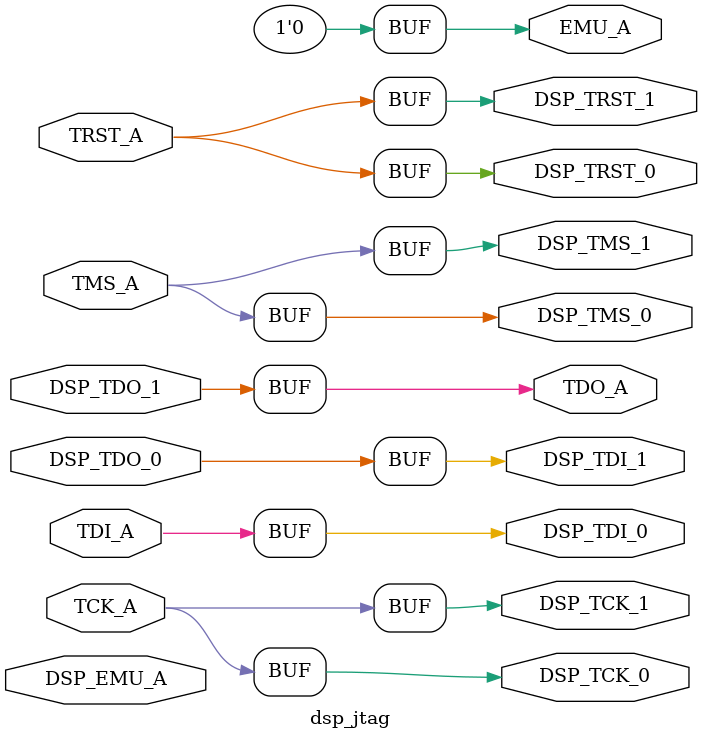
<source format=v>
`timescale 1ns / 1ps
module dsp_jtag(
		
	 input DSP_EMU_A,   //emulator signal, it is the signal from DSP to FPGA	  
    input TMS_A,		//the signal that controls the TAP controller
    input TCK_A,		//JTAG clock signal
    input TDI_A,		//data in
    output  TDO_A,		//data out
	 //EMULATOR
    output   EMU_A,		//emulator signal from DSP to FPGA and from FPGA to JTAG
   
	
`ifndef TEST_CHOISE_II 
	 //FPGA-DSP CONNECTION ON DSP0
    output  DSP_TDI_0,
    output  DSP_TMS_0,
    output  DSP_TCK_0,
    input  DSP_TDO_0,
    //output DSP_SLEEP_0,
    output  DSP_TRST_0,  //JTAG reset to dsp0
`endif
	 
`ifndef TEST_CHOISE_I	
	//FPGA-DSP CONNECTION ON DSP1
    output  DSP_TDI_1,
    output  DSP_TMS_1,
    output  DSP_TCK_1,
    input  DSP_TDO_1,
    //output DSP_SLEEP_1,
    output  DSP_TRST_1,	//JTAG reset to dsp1
`endif
	input TRST_A		//JTAG reset signal

    );
	 
	
	assign EMU_A = 1'b0;			//change FPGA code and tie the EMU signal that goes to the JTAG header to the GND 
	assign DSP_TMS_0 = TMS_A;
	assign DSP_TCK_0 = TCK_A;
	assign DSP_TMS_1 = TMS_A;
	assign DSP_TCK_1 = TCK_A;
	assign DSP_TDI_0 = TDI_A;
	assign DSP_TDI_1 = DSP_TDO_0;    //DSP0'a output is the input of dsp1
	assign TDO_A = DSP_TDO_1;			//dsp1's output is sent to jtag through fpga
	assign DSP_TRST_0 = TRST_A;
	assign DSP_TRST_1 = TRST_A;

endmodule


</source>
